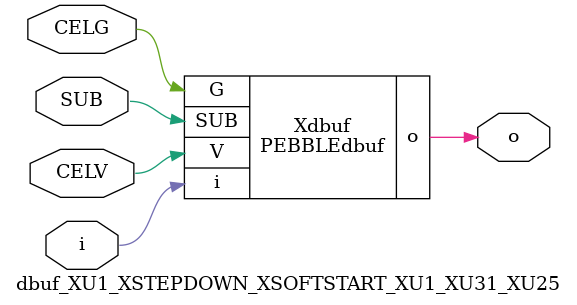
<source format=v>



module PEBBLEdbuf ( o, G, SUB, V, i );

  input V;
  input i;
  input G;
  output o;
  input SUB;
endmodule

//Celera Confidential Do Not Copy dbuf_XU1_XSTEPDOWN_XSOFTSTART_XU1_XU31_XU25
//Celera Confidential Symbol Generator
//Digital Buffer
module dbuf_XU1_XSTEPDOWN_XSOFTSTART_XU1_XU31_XU25 (CELV,CELG,i,o,SUB);
input CELV;
input CELG;
input i;
input SUB;
output o;

//Celera Confidential Do Not Copy dbuf
PEBBLEdbuf Xdbuf(
.V (CELV),
.i (i),
.o (o),
.SUB (SUB),
.G (CELG)
);
//,diesize,PEBBLEdbuf

//Celera Confidential Do Not Copy Module End
//Celera Schematic Generator
endmodule

</source>
